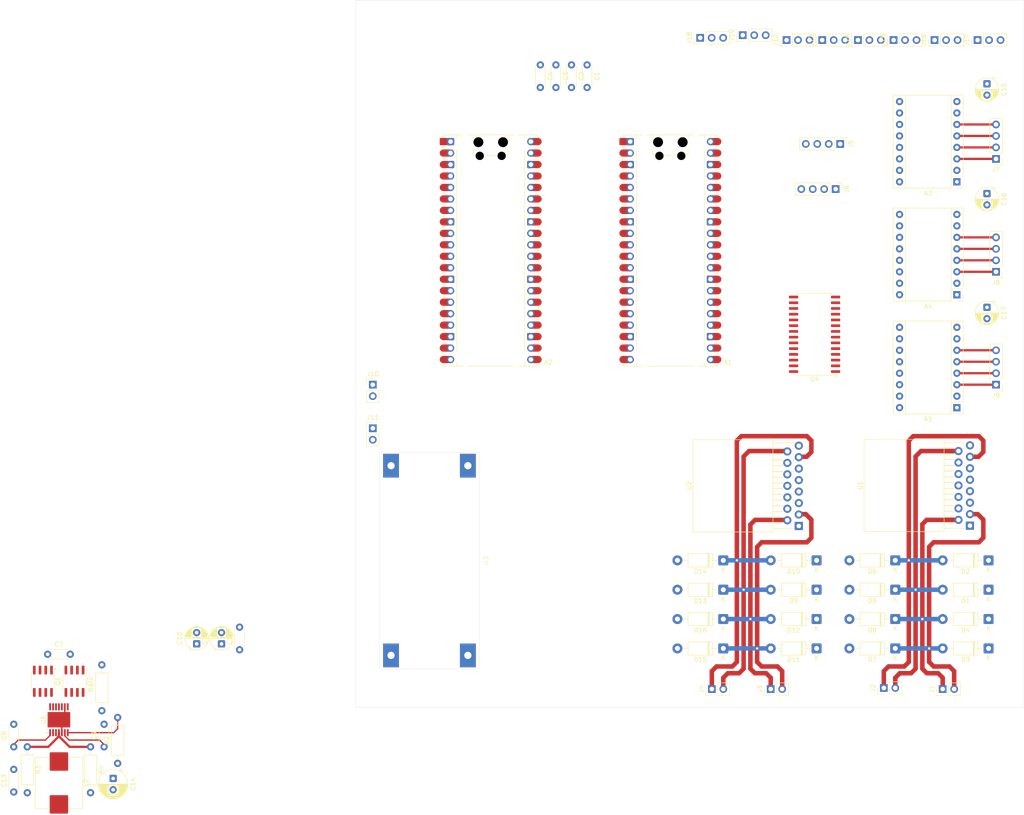
<source format=kicad_pcb>
(kicad_pcb (version 20241229) (generator "pcbnew") (generator_version "9.0")
  (layers (0 "F.Cu" signal) (2 "B.Cu" signal) (13 "F.Paste" user) (15 "B.Paste" user) (5 "F.SilkS" user "F.Silkscreen") (7 "B.SilkS" user "B.Silkscreen") (1 "F.Mask" user) (3 "B.Mask" user) (25 "Edge.Cuts" user))
  (net 0 "")
  (net 3 "I2C 0 SCL")
  (net 4 "Motor 2 Activation Pin")
  (net 5 "GNDPWR")
  (net 7 "Servo 3 PWM")
  (net 8 "Servo 8 PWM")
  (net 10 "Servo 2 PWM")
  (net 13 "+5VL")
  (net 14 "Servo 7 PWM")
  (net 16 "Servo 4 PWM")
  (net 18 "Servo 5 PWM")
  (net 20 "Motor 1 Activation Pin")
  (net 23 "Servo 1 PWM")
  (net 24 "Servo 6 PWM")
  (net 28 "Motor 3 Activation Pin")
  (net 30 "I2C 0 SDA")
  (net 33 "Motor 4 Activation Pin")
  (net 45 "I2C 1 SCL")
  (net 53 "I2C 1 SDA")
  (net 68 "Net-(A3-1A)")
  (net 69 "Net-(A3-1B)")
  (net 70 "Stepper 0 Sleep")
  (net 71 "Net-(A3-2A)")
  (net 72 "Steppers Dir")
  (net 73 "Stepper 0 Step")
  (net 74 "+12V")
  (net 75 "Net-(A3-2B)")
  (net 78 "Net-(A4-1B)")
  (net 80 "Stepper 1 Sleep")
  (net 81 "Net-(A4-2A)")
  (net 82 "Net-(A4-1A)")
  (net 85 "Net-(A4-2B)")
  (net 86 "Stepper 1 Step")
  (net 89 "Stepper 2 Sleep")
  (net 90 "Net-(A5-1B)")
  (net 91 "Net-(A5-1A)")
  (net 92 "Net-(A5-2A)")
  (net 93 "Stepper 2 Step")
  (net 96 "Net-(A5-2B)")
  (net 97 "Net-(U6-SW)")
  (net 98 "Net-(U6-BST)")
  (net 99 "Net-(U6-VCC)")
  (net 100 "Net-(U6-SS)")
  (net 101 "Net-(U6-FB)")
  (net 102 "+5VP")
  (net 103 "Net-(C14-Pad2)")
  (net 104 "Net-(D1-A)")
  (net 105 "Net-(D2-A)")
  (net 106 "Net-(D3-A)")
  (net 107 "Net-(D4-A)")
  (net 108 "Net-(D13-K)")
  (net 109 "Net-(D10-A)")
  (net 110 "Net-(D11-A)")
  (net 111 "Net-(D12-A)")
  (net 112 "Net-(J10-Pin_2)")
  (net 113 "Net-(Q1-G)")
  (net 114 "Net-(Q2-G)")
  (net 115 "Net-(U6-ILIM)")
  (net 116 "Net-(U6-RON)")
  (net 117 "Motor 1 Direction Pin 2")
  (net 118 "Motor 1 Direction Pin 1")
  (net 119 "Motor 2 Direction Pin 2")
  (net 120 "Motor 2 Direction Pin 1")
  (net 121 "Motor 4 Direction Pin 2")
  (net 122 "Motor 3 Direction Pin 1")
  (net 123 "Motor 3 Direction Pin 2")
  (net 124 "Motor 4 Direction Pin 1")
  (footprint "Connector_PinHeader_2.54mm:PinHeader_1x02_P2.54mm_Vertical" (layer "F.Cu") (at 231.1125 218.2075 90)
    (property "Reference" "J3")
    (property "Value" "Motor 2 Conn")
  )
  (footprint "Inductor_SMD:L_APV_APH1040" (layer "F.Cu") (at 73.5 239 -90)
    (property "Reference" "L2")
    (property "Value" "1.8uH")
  )
  (footprint "Capacitor_THT:C_Disc_D4.3mm_W1.9mm_P5.00mm" (layer "F.Cu") (at 63.5 231 90)
    (property "Reference" "C8")
    (property "Value" "2.2uF")
  )
  (footprint "Module:Pololu_Breakout-16_15.2x20.3mm" (layer "F.Cu") (at 272.34 105.89 180)
    (property "Reference" "A3")
    (property "Value" "Pololu_Breakout_A4988")
  )
  (footprint "Package_SO:SOIC-8_3.9x4.9mm_P1.27mm" (layer "F.Cu") (at 76.95 216.475 -90)
    (property "Reference" "Q2")
    (property "Value" "IRF8714PBF")
  )
  (footprint "Resistor_THT:R_Axial_DIN0207_L6.3mm_D2.5mm_P10.16mm_Horizontal" (layer "F.Cu") (at 86.5 234.66 90)
    (property "Reference" "R2")
    (property "Value" "82.5kΩ")
  )
  (footprint "Diode_THT:D_DO-41_SOD81_P10.16mm_Horizontal" (layer "F.Cu") (at 279.3525 209.2075 180)
    (property "Reference" "D3")
    (property "Value" "1N4007")
  )
  (footprint "Connector_PinHeader_2.54mm:PinHeader_1x03_P2.54mm_Vertical" (layer "F.Cu") (at 234.62 74.5 90)
    (property "Reference" "J12")
    (property "Value" "Servo 4 Conn")
  )
  (footprint "Diode_THT:D_DO-41_SOD81_P10.16mm_Horizontal" (layer "F.Cu") (at 258.6925 196.2075 180)
    (property "Reference" "D5")
    (property "Value" "1N4007")
  )
  (footprint "Connector_PinHeader_2.54mm:PinHeader_1x04_P2.54mm_Vertical" (layer "F.Cu") (at 281 150.81 180)
    (property "Reference" "J9")
    (property "Value" "Stepper 2 Conn")
  )
  (footprint "Diode_THT:D_DO-41_SOD81_P10.16mm_Horizontal" (layer "F.Cu") (at 220.6125 209.2075 180)
    (property "Reference" "D15")
    (property "Value" "1N4007")
  )
  (footprint "Connector_PinHeader_2.54mm:PinHeader_1x04_P2.54mm_Vertical" (layer "F.Cu") (at 245.5 107.5 -90)
    (property "Reference" "J6")
    (property "Value" "I2C 1 Conn")
  )
  (footprint "Module:RaspberryPi_Pico_Common_Unspecified" (layer "F.Cu") (at 169.11 121.11)
    (property "Reference" "A2")
    (property "Value" "RaspberryPi_Pico_W")
  )
  (footprint "Connector_PinHeader_2.54mm:PinHeader_1x03_P2.54mm_Vertical" (layer "F.Cu") (at 242.52 74.5 90)
    (property "Reference" "J13")
    (property "Value" "Servo 1 Conn")
  )
  (footprint "Capacitor_THT:C_Disc_D4.3mm_W1.9mm_P5.00mm" (layer "F.Cu") (at 63.5 241 90)
    (property "Reference" "C13")
    (property "Value" "120pF")
  )
  (footprint "Package_SO:HTSSOP-14-1EP_4.4x5mm_P0.65mm_EP3.4x5mm_Mask3x3.1mm" (layer "F.Cu") (at 73.5 225 90)
    (property "Reference" "U6")
    (property "Value" "LM3150MH")
  )
  (footprint "Module:Pololu_Breakout-16_15.2x20.3mm" (layer "F.Cu") (at 272.34 130.89 180)
    (property "Reference" "A4")
    (property "Value" "Pololu_Breakout_A4988")
  )
  (footprint "Connector_PinHeader_2.54mm:PinHeader_1x03_P2.54mm_Vertical" (layer "F.Cu") (at 250.42 74.5 90)
    (property "Reference" "J14")
    (property "Value" "Servo 2 Conn")
  )
  (footprint "Connector_PinHeader_2.54mm:PinHeader_1x02_P2.54mm_Vertical" (layer "F.Cu") (at 256.1525 217.9575 90)
    (property "Reference" "J2")
    (property "Value" "Motor 1 Conn")
  )
  (footprint "Connector_PinHeader_2.54mm:PinHeader_1x02_P2.54mm_Vertical" (layer "F.Cu") (at 269.1925 218.2075 90)
    (property "Reference" "J1")
    (property "Value" "Motor 0 Conn")
  )
  (footprint "Capacitor_THT:C_Disc_D4.3mm_W1.9mm_P5.00mm" (layer "F.Cu") (at 187 80 -90)
    (property "Reference" "C2")
    (property "Value" "100nF")
  )
  (footprint "Diode_THT:D_DO-41_SOD81_P10.16mm_Horizontal" (layer "F.Cu") (at 258.6925 202.7075 180)
    (property "Reference" "D8")
    (property "Value" "1N4007")
  )
  (footprint "Capacitor_THT:CP_Radial_D5.0mm_P2.50mm" (layer "F.Cu") (at 279 133.69 -90)
    (property "Reference" "C17")
    (property "Value" "100uF")
  )
  (footprint "Capacitor_THT:CP_Radial_D5.0mm_P2.50mm" (layer "F.Cu") (at 279 108.484888 -90)
    (property "Reference" "C16")
    (property "Value" "100uF")
  )
  (footprint "Diode_THT:D_DO-41_SOD81_P10.16mm_Horizontal" (layer "F.Cu") (at 241.2725 202.7075 180)
    (property "Reference" "D12")
    (property "Value" "1N4007")
  )
  (footprint "Diode_THT:D_DO-41_SOD81_P10.16mm_Horizontal" (layer "F.Cu") (at 258.6925 209.2075 180)
    (property "Reference" "D7")
    (property "Value" "1N4007")
  )
  (footprint "Diode_THT:D_DO-41_SOD81_P10.16mm_Horizontal" (layer "F.Cu") (at 279.3525 189.7075 180)
    (property "Reference" "D2")
    (property "Value" "1N4007")
  )
  (footprint "Package_SO:SOIC-8_3.9x4.9mm_P1.27mm" (layer "F.Cu") (at 69.95 216.475 -90)
    (property "Reference" "Q1")
    (property "Value" "IRF8714PBF")
  )
  (footprint "Capacitor_THT:CP_Radial_D5.0mm_P2.50mm" (layer "F.Cu") (at 279 84.19 -90)
    (property "Reference" "C15")
    (property "Value" "100uF")
  )
  (footprint "Connector_PinHeader_2.54mm:PinHeader_1x03_P2.54mm_Vertical" (layer "F.Cu") (at 215.5 74 90)
    (property "Reference" "J18")
    (property "Value" "Servo 7 Conn")
  )
  (footprint "Connector_PinHeader_2.54mm:PinHeader_1x03_P2.54mm_Vertical" (layer "F.Cu") (at 267.4 74.5 90)
    (property "Reference" "J16")
    (property "Value" "Servo 5 Conn")
  )
  (footprint "Capacitor_THT:CP_Radial_D5.0mm_P2.50mm" (layer "F.Cu") (at 109.5 208.205113 90)
    (property "Reference" "C11")
    (property "Value" "10uF")
  )
  (footprint "Capacitor_THT:C_Disc_D4.3mm_W1.9mm_P5.00mm" (layer "F.Cu") (at 183.55 80 -90)
    (property "Reference" "C3")
    (property "Value" "100nF")
  )
  (footprint "Module:RaspberryPi_Pico_Common_Unspecified" (layer "F.Cu") (at 208.89 121.11)
    (property "Reference" "A1")
    (property "Value" "RaspberryPi_Pico")
  )
  (footprint "Diode_THT:D_DO-41_SOD81_P10.16mm_Horizontal" (layer "F.Cu") (at 241.2725 189.7075 180)
    (property "Reference" "D10")
    (property "Value" "1N4007")
  )
  (footprint "Connector_PinHeader_2.54mm:PinHeader_1x03_P2.54mm_Vertical" (layer "F.Cu") (at 258.32 74.5 90)
    (property "Reference" "J15")
    (property "Value" "Servo 3 Conn")
  )
  (footprint "Connector_PinHeader_2.54mm:PinHeader_1x02_P2.54mm_Vertical" (layer "F.Cu") (at 143 160.46)
    (property "Reference" "J11")
    (property "Value" "BAU")
  )
  (footprint "LM2596S-Module:LM2596S-Module" (layer "F.Cu") (at 155.55 189.75 90)
    (property "Reference" "U3")
    (property "Value" "~")
    (fp_rect (start -24 -11) (end 24 11) (stroke (width 0.05)) (fill no) (layer "Edge.Cuts"))
  )
  (footprint "Diode_THT:D_DO-41_SOD81_P10.16mm_Horizontal" (layer "F.Cu") (at 220.6125 202.7075 180)
    (property "Reference" "D16")
    (property "Value" "1N4007")
  )
  (footprint "Capacitor_THT:C_Disc_D4.3mm_W1.9mm_P5.00mm" (layer "F.Cu") (at 113.5 209.500001 90)
    (property "Reference" "C12")
    (property "Value" "100nF")
  )
  (footprint "Capacitor_THT:C_Disc_D4.3mm_W1.9mm_P5.00mm" (layer "F.Cu") (at 190.45 80 -90)
    (property "Reference" "C1")
    (property "Value" "100nF")
  )
  (footprint "Package_SO:SOIC-28W_7.5x17.9mm_P1.27mm" (layer "F.Cu") (at 240.825 139.65 180)
    (property "Reference" "U4")
    (property "Value" "MCP23017_SO")
  )
  (footprint "Diode_THT:D_DO-41_SOD81_P10.16mm_Horizontal" (layer "F.Cu") (at 279.3525 202.7075 180)
    (property "Reference" "D4")
    (property "Value" "1N4007")
  )
  (footprint "Module:Pololu_Breakout-16_15.2x20.3mm" (layer "F.Cu") (at 272.34 155.89 180)
    (property "Reference" "A5")
    (property "Value" "Pololu_Breakout_A4988")
  )
  (footprint "Connector_PinHeader_2.54mm:PinHeader_1x03_P2.54mm_Vertical" (layer "F.Cu") (at 276.92 74.5 90)
    (property "Reference" "J17")
    (property "Value" "Servo 6 Conn")
  )
  (footprint "Capacitor_THT:C_Disc_D4.3mm_W1.9mm_P5.00mm" (layer "F.Cu") (at 71 210.5)
    (property "Reference" "C7")
    (property "Value" "470nF")
  )
  (footprint "Diode_THT:D_DO-41_SOD81_P10.16mm_Horizontal" (layer "F.Cu") (at 279.3525 196.2075 180)
    (property "Reference" "D1")
    (property "Value" "1N4007")
  )
  (footprint "Diode_THT:D_DO-41_SOD81_P10.16mm_Horizontal" (layer "F.Cu") (at 241.2725 196.2075 180)
    (property "Reference" "D9")
    (property "Value" "1N4007")
  )
  (footprint "Resistor_THT:R_Axial_DIN0207_L6.3mm_D2.5mm_P10.16mm_Horizontal" (layer "F.Cu") (at 80.5 231 -90)
    (property "Reference" "R4")
    (property "Value" "10kΩ")
  )
  (footprint "Capacitor_THT:CP_Radial_D6.3mm_P2.50mm" (layer "F.Cu") (at 85.5 238 -90)
    (property "Reference" "C14")
    (property "Value" "120uF")
  )
  (footprint "Package_TO_SOT_THT:TO-220-15_P2.54x2.54mm_StaggerOdd_Lead5.84mm_TabDown" (layer "F.Cu") (at 275.2325 182.0175 90)
    (property "Reference" "U1")
    (property "Value" "L298HN")
  )
  (footprint "Capacitor_THT:C_Disc_D4.3mm_W1.9mm_P5.00mm" (layer "F.Cu") (at 180.1 80 -90)
    (property "Reference" "C4")
    (property "Value" "100nF")
  )
  (footprint "Resistor_THT:R_Axial_DIN0207_L6.3mm_D2.5mm_P10.16mm_Horizontal" (layer "F.Cu") (at 66.5 231 -90)
    (property "Reference" "R3")
    (property "Value" "73.2kΩ")
  )
  (footprint "Capacitor_THT:C_Disc_D4.3mm_W1.9mm_P5.00mm" (layer "F.Cu") (at 83.5 231 90)
    (property "Reference" "C9")
    (property "Value" "15nF")
  )
  (footprint "Connector_PinHeader_2.54mm:PinHeader_1x04_P2.54mm_Vertical" (layer "F.Cu") (at 246.5 97.5 -90)
    (property "Reference" "J5")
    (property "Value" "I2C 0 Conn")
  )
  (footprint "Diode_THT:D_DO-41_SOD81_P10.16mm_Horizontal" (layer "F.Cu") (at 241.2725 209.2075 180)
    (property "Reference" "D11")
    (property "Value" "1N4007")
  )
  (footprint "Connector_PinHeader_2.54mm:PinHeader_1x03_P2.54mm_Vertical" (layer "F.Cu") (at 224.92 73.42 90)
    (property "Reference" "J19")
    (property "Value" "Servo 8 Conn")
  )
  (footprint "Package_TO_SOT_THT:TO-220-15_P2.54x2.54mm_StaggerOdd_Lead5.84mm_TabDown" (layer "F.Cu") (at 237.3325 182.0975 90)
    (property "Reference" "U2")
    (property "Value" "L298HN")
  )
  (footprint "Diode_THT:D_DO-41_SOD81_P10.16mm_Horizontal" (layer "F.Cu") (at 258.6925 189.7075 180)
    (property "Reference" "D6")
    (property "Value" "1N4007")
  )
  (footprint "Connector_PinHeader_2.54mm:PinHeader_1x04_P2.54mm_Vertical" (layer "F.Cu") (at 281 125.81 180)
    (property "Reference" "J8")
    (property "Value" "Stepper 1 Conn")
  )
  (footprint "Diode_THT:D_DO-41_SOD81_P10.16mm_Horizontal" (layer "F.Cu") (at 220.6125 189.7075 180)
    (property "Reference" "D14")
    (property "Value" "1N4007")
  )
  (footprint "Connector_PinHeader_2.54mm:PinHeader_1x02_P2.54mm_Vertical" (layer "F.Cu") (at 218.0725 218.2075 90)
    (property "Reference" "J4")
    (property "Value" "Motor 3 Conn")
  )
  (footprint "Connector_PinHeader_2.54mm:PinHeader_1x04_P2.54mm_Vertical" (layer "F.Cu") (at 281 100.81 180)
    (property "Reference" "J7")
    (property "Value" "Stepper 0 Conn")
  )
  (footprint "Capacitor_THT:CP_Radial_D5.0mm_P2.50mm" (layer "F.Cu") (at 104 208.205113 90)
    (property "Reference" "C10")
    (property "Value" "10uF")
  )
  (footprint "Diode_THT:D_DO-41_SOD81_P10.16mm_Horizontal" (layer "F.Cu") (at 220.6125 196.2075 180)
    (property "Reference" "D13")
    (property "Value" "1N4007")
  )
  (footprint "Resistor_THT:R_Axial_DIN0207_L6.3mm_D2.5mm_P10.16mm_Horizontal" (layer "F.Cu") (at 83 223 90)
    (property "Reference" "R1")
    (property "Value" "665Ω")
  )
  (footprint "Connector_PinHeader_2.54mm:PinHeader_1x02_P2.54mm_Vertical" (layer "F.Cu") (at 143 150.81)
    (property "Reference" "J10")
    (property "Value" "12V Battery")
  )
  (gr_rect (start 139.2525 65.6525) (end 287.1925 222.2075) (stroke (width 0.05)) (fill no) (layer "Edge.Cuts"))
  (segment (start 74.15 225.65) (end 73.5 225) (width 0.3) (layer "F.Cu") (net 5))
  (segment (start 74.8 223.7) (end 73.5 225) (width 0.3) (layer "F.Cu") (net 5))
  (segment (start 74.8 222.1375) (end 74.8 223.7) (width 0.3) (layer "F.Cu") (net 5))
  (segment (start 74.15 227.8625) (end 74.15 225.65) (width 0.3) (layer "F.Cu") (net 5))
  (segment (start 272.34 98.27) (end 281 98.27) (width 0.5) (layer "F.Cu") (net 68))
  (segment (start 281 100.81) (end 272.34 100.81) (width 0.5) (layer "F.Cu") (net 69))
  (segment (start 281 95.73) (end 272.34 95.73) (width 0.5) (layer "F.Cu") (net 71))
  (segment (start 281 93.19) (end 272.34 93.19) (width 0.5) (layer "F.Cu") (net 75))
  (segment (start 272.34 125.81) (end 281 125.81) (width 0.5) (layer "F.Cu") (net 78))
  (segment (start 272.34 120.73) (end 281 120.73) (width 0.5) (layer "F.Cu") (net 81))
  (segment (start 281 123.27) (end 272.34 123.27) (width 0.5) (layer "F.Cu") (net 82))
  (segment (start 281 118.19) (end 272.34 118.19) (width 0.5) (layer "F.Cu") (net 85))
  (segment (start 272.34 150.81) (end 281 150.81) (width 0.5) (layer "F.Cu") (net 90))
  (segment (start 281 148.27) (end 272.34 148.27) (width 0.5) (layer "F.Cu") (net 91))
  (segment (start 272.34 145.73) (end 281 145.73) (width 0.5) (layer "F.Cu") (net 92))
  (segment (start 281 143.19) (end 272.34 143.19) (width 0.5) (layer "F.Cu") (net 96))
  (segment (start 71.55 228.45) (end 71.55 227.8625) (width 0.3) (layer "F.Cu") (net 99))
  (segment (start 63.5 231) (end 63.5 230.5) (width 0.3) (layer "F.Cu") (net 99))
  (segment (start 63.5 230.5) (end 64.5 229.5) (width 0.3) (layer "F.Cu") (net 99))
  (segment (start 64.5 229.5) (end 70.5 229.5) (width 0.3) (layer "F.Cu") (net 99))
  (segment (start 70.5 229.5) (end 71.55 228.45) (width 0.3) (layer "F.Cu") (net 99))
  (segment (start 75.73013 229.5) (end 82.5 229.5) (width 0.3) (layer "F.Cu") (net 100))
  (segment (start 74.8 227.8625) (end 74.8 228.56987) (width 0.3) (layer "F.Cu") (net 100))
  (segment (start 83.5 230.5) (end 83.5 231) (width 0.3) (layer "F.Cu") (net 100))
  (segment (start 74.8 228.56987) (end 75.73013 229.5) (width 0.3) (layer "F.Cu") (net 100))
  (segment (start 82.5 229.5) (end 83.5 230.5) (width 0.3) (layer "F.Cu") (net 100))
  (segment (start 73.5 228.649999) (end 73.5 227.8625) (width 0.5) (layer "F.Cu") (net 101))
  (segment (start 71.149999 231) (end 73.5 228.649999) (width 0.5) (layer "F.Cu") (net 101))
  (segment (start 66.5 231) (end 71.149999 231) (width 0.5) (layer "F.Cu") (net 101))
  (segment (start 80.5 231) (end 75.850001 231) (width 0.5) (layer "F.Cu") (net 101))
  (segment (start 75.850001 231) (end 73.5 228.649999) (width 0.5) (layer "F.Cu") (net 101))
  (segment (start 263.1925 166.7075) (end 264.3925 165.5075) (width 1) (layer "F.Cu") (net 104))
  (segment (start 264.3925 165.5075) (end 272.6925 165.5075) (width 1) (layer "F.Cu") (net 104))
  (segment (start 263.1925 196.2075) (end 263.1925 166.7075) (width 1) (layer "F.Cu") (net 104))
  (segment (start 259.6925 214.7075) (end 258.6925 215.7075) (width 1) (layer "F.Cu") (net 104))
  (segment (start 258.6925 215.7075) (end 258.6925 217.9575) (width 1) (layer "F.Cu") (net 104))
  (segment (start 263.1925 213.7075) (end 262.1925 214.7075) (width 1) (layer "F.Cu") (net 104))
  (segment (start 263.1925 213.7075) (end 263.1925 196.2075) (width 1) (layer "F.Cu") (net 104))
  (segment (start 262.1925 214.7075) (end 259.6925 214.7075) (width 1) (layer "F.Cu") (net 104))
  (via (at 263.1925 196.2075) (size 1) (drill 0.5) (layers "F.Cu" "B.Cu") (net 104))
  (segment (start 258.6925 196.2075) (end 263.1925 196.2075) (width 1) (layer "B.Cu") (net 104))
  (segment (start 269.1925 196.2075) (end 263.1925 196.2075) (width 1) (layer "B.Cu") (net 104))
  (segment (start 278.1925 165.7075) (end 277.1225 166.7775) (width 1) (layer "F.Cu") (net 105))
  (segment (start 261.6925 212.2075) (end 260.6925 213.2075) (width 1) (layer "F.Cu") (net 105))
  (segment (start 262.6925 162.2075) (end 277.1925 162.2075) (width 1) (layer "F.Cu") (net 105))
  (segment (start 261.6925 163.2075) (end 262.6925 162.2075) (width 1) (layer "F.Cu") (net 105))
  (segment (start 277.1225 166.7775) (end 275.2325 166.7775) (width 1) (layer "F.Cu") (net 105))
  (segment (start 257.1925 213.2075) (end 256.1525 214.2475) (width 1) (layer "F.Cu") (net 105))
  (segment (start 260.6925 213.2075) (end 257.1925 213.2075) (width 1) (layer "F.Cu") (net 105))
  (segment (start 277.1925 162.2075) (end 278.1925 163.2075) (width 1) (layer "F.Cu") (net 105))
  (segment (start 278.1925 163.2075) (end 278.1925 165.7075) (width 1) (layer "F.Cu") (net 105))
  (segment (start 256.1525 214.2475) (end 256.1525 217.9575) (width 1) (layer "F.Cu") (net 105))
  (segment (start 261.6925 189.7075) (end 261.6925 163.2075) (width 1) (layer "F.Cu") (net 105))
  (segment (start 261.6925 189.7075) (end 261.6925 212.2075) (width 1) (layer "F.Cu") (net 105))
  (via (at 261.6925 189.7075) (size 1) (drill 0.5) (layers "F.Cu" "B.Cu") (net 105))
  (segment (start 269.1925 189.7075) (end 261.6925 189.7075) (width 1) (layer "B.Cu") (net 105))
  (segment (start 258.6925 189.7075) (end 261.6925 189.7075) (width 1) (layer "B.Cu") (net 105))
  (segment (start 278.1925 184.7075) (end 278.1925 180.7075) (width 1) (layer "F.Cu") (net 106))
  (segment (start 271.7325 218.2075) (end 271.6925 218.1675) (width 1) (layer "F.Cu") (net 106))
  (segment (start 277.1925 185.7075) (end 278.1925 184.7075) (width 1) (layer "F.Cu") (net 106))
  (segment (start 267.1925 185.7075) (end 277.1925 185.7075) (width 1) (layer "F.Cu") (net 106))
  (segment (start 266.1925 186.7075) (end 267.1925 185.7075) (width 1) (layer "F.Cu") (net 106))
  (segment (start 276.9625 179.4775) (end 275.2325 179.4775) (width 1) (layer "F.Cu") (net 106))
  (segment (start 267.1925 213.2075) (end 270.6925 213.2075) (width 1) (layer "F.Cu") (net 106))
  (segment (start 266.1925 212.2075) (end 267.1925 213.2075) (width 1) (layer "F.Cu") (net 106))
  (segment (start 266.1925 209.2075) (end 266.1925 212.2075) (width 1) (layer "F.Cu") (net 106))
  (segment (start 270.6925 213.2075) (end 271.7325 214.2475) (width 1) (layer "F.Cu") (net 106))
  (segment (start 266.1925 209.2075) (end 266.1925 186.7075) (width 1) (layer "F.Cu") (net 106))
  (segment (start 271.7325 214.2475) (end 271.7325 218.2075) (width 1) (layer "F.Cu") (net 106))
  (segment (start 278.1925 180.7075) (end 276.9625 179.4775) (width 1) (layer "F.Cu") (net 106))
  (via (at 266.1925 209.2075) (size 1) (drill 0.5) (layers "F.Cu" "B.Cu") (net 106))
  (segment (start 269.1925 209.2075) (end 266.1925 209.2075) (width 1) (layer "B.Cu") (net 106))
  (segment (start 266.1925 209.2075) (end 258.6925 209.2075) (width 1) (layer "B.Cu") (net 106))
  (segment (start 264.6925 181.7075) (end 265.6525 180.7475) (width 1) (layer "F.Cu") (net 107))
  (segment (start 268.1925 214.7075) (end 269.1925 215.7075) (width 1) (layer "F.Cu") (net 107))
  (segment (start 264.6925 202.7075) (end 264.6925 213.7075) (width 1) (layer "F.Cu") (net 107))
  (segment (start 269.1925 215.7075) (end 269.1925 218.2075) (width 1) (layer "F.Cu") (net 107))
  (segment (start 265.6525 180.7475) (end 272.6925 180.7475) (width 1) (layer "F.Cu") (net 107))
  (segment (start 265.6925 214.7075) (end 268.1925 214.7075) (width 1) (layer "F.Cu") (net 107))
  (segment (start 264.6925 213.7075) (end 265.6925 214.7075) (width 1) (layer "F.Cu") (net 107))
  (segment (start 264.6925 202.7075) (end 264.6925 181.7075) (width 1) (layer "F.Cu") (net 107))
  (via (at 264.6925 202.7075) (size 1) (drill 0.5) (layers "F.Cu" "B.Cu") (net 107))
  (segment (start 269.1925 202.7075) (end 264.6925 202.7075) (width 1) (layer "B.Cu") (net 107))
  (segment (start 258.6925 202.7075) (end 264.6925 202.7075) (width 1) (layer "B.Cu") (net 107))
  (segment (start 226.3125 165.5075) (end 234.6125 165.5075) (width 1) (layer "F.Cu") (net 108))
  (segment (start 225.1125 213.7075) (end 224.1125 214.7075) (width 1) (layer "F.Cu") (net 108))
  (segment (start 221.6125 214.7075) (end 220.6125 215.7075) (width 1) (layer "F.Cu") (net 108))
  (segment (start 225.1125 196.2075) (end 225.1125 166.7075) (width 1) (layer "F.Cu") (net 108))
  (segment (start 224.1125 214.7075) (end 221.6125 214.7075) (width 1) (layer "F.Cu") (net 108))
  (segment (start 225.1125 213.7075) (end 225.1125 196.2075) (width 1) (layer "F.Cu") (net 108))
  (segment (start 225.1125 166.7075) (end 226.3125 165.5075) (width 1) (layer "F.Cu") (net 108))
  (segment (start 220.6125 215.7075) (end 220.6125 217.9575) (width 1) (layer "F.Cu") (net 108))
  (via (at 225.1125 196.2075) (size 1) (drill 0.5) (layers "F.Cu" "B.Cu") (net 108))
  (segment (start 231.1125 196.2075) (end 225.1125 196.2075) (width 1) (layer "B.Cu") (net 108))
  (segment (start 220.6125 196.2075) (end 225.1125 196.2075) (width 1) (layer "B.Cu") (net 108))
  (segment (start 222.6125 213.2075) (end 219.1125 213.2075) (width 1) (layer "F.Cu") (net 109))
  (segment (start 223.6125 212.2075) (end 222.6125 213.2075) (width 1) (layer "F.Cu") (net 109))
  (segment (start 239.1125 162.2075) (end 240.1125 163.2075) (width 1) (layer "F.Cu") (net 109))
  (segment (start 218.0725 214.2475) (end 218.0725 217.9575) (width 1) (layer "F.Cu") (net 109))
  (segment (start 219.1125 213.2075) (end 218.0725 214.2475) (width 1) (layer "F.Cu") (net 109))
  (segment (start 223.6125 189.7075) (end 223.6125 212.2075) (width 1) (layer "F.Cu") (net 109))
  (segment (start 239.0425 166.7775) (end 237.1525 166.7775) (width 1) (layer "F.Cu") (net 109))
  (segment (start 223.6125 189.7075) (end 223.6125 163.2075) (width 1) (layer "F.Cu") (net 109))
  (segment (start 240.1125 163.2075) (end 240.1125 165.7075) (width 1) (layer "F.Cu") (net 109))
  (segment (start 224.6125 162.2075) (end 239.1125 162.2075) (width 1) (layer "F.Cu") (net 109))
  (segment (start 240.1125 165.7075) (end 239.0425 166.7775) (width 1) (layer "F.Cu") (net 109))
  (segment (start 223.6125 163.2075) (end 224.6125 162.2075) (width 1) (layer "F.Cu") (net 109))
  (via (at 223.6125 189.7075) (size 1) (drill 0.5) (layers "F.Cu" "B.Cu") (net 109))
  (segment (start 231.1125 189.7075) (end 223.6125 189.7075) (width 1) (layer "B.Cu") (net 109))
  (segment (start 220.6125 189.7075) (end 223.6125 189.7075) (width 1) (layer "B.Cu") (net 109))
  (segment (start 232.6125 213.2075) (end 233.6525 214.2475) (width 1) (layer "F.Cu") (net 110))
  (segment (start 228.1125 212.2075) (end 229.1125 213.2075) (width 1) (layer "F.Cu") (net 110))
  (segment (start 229.1125 213.2075) (end 232.6125 213.2075) (width 1) (layer "F.Cu") (net 110))
  (segment (start 229.1125 185.7075) (end 239.1125 185.7075) (width 1) (layer "F.Cu") (net 110))
  (segment (start 240.1125 184.7075) (end 240.1125 180.7075) (width 1) (layer "F.Cu") (net 110))
  (segment (start 228.1125 209.2075) (end 228.1125 186.7075) (width 1) (layer "F.Cu") (net 110))
  (segment (start 239.1125 185.7075) (end 240.1125 184.7075) (width 1) (layer "F.Cu") (net 110))
  (segment (start 228.1125 209.2075) (end 228.1125 212.2075) (width 1) (layer "F.Cu") (net 110))
  (segment (start 240.1125 180.7075) (end 238.8825 179.4775) (width 1) (layer "F.Cu") (net 110))
  (segment (start 233.6525 214.2475) (end 233.6525 218.2075) (width 1) (layer "F.Cu") (net 110))
  (segment (start 238.8825 179.4775) (end 237.1525 179.4775) (width 1) (layer "F.Cu") (net 110))
  (segment (start 228.1125 186.7075) (end 229.1125 185.7075) (width 1) (layer "F.Cu") (net 110))
  (via (at 228.1125 209.2075) (size 1) (drill 0.5) (layers "F.Cu" "B.Cu") (net 110))
  (segment (start 231.1125 209.2075) (end 228.1125 209.2075) (width 1) (layer "B.Cu") (net 110))
  (segment (start 228.1125 209.2075) (end 220.6125 209.2075) (width 1) (layer "B.Cu") (net 110))
  (segment (start 226.6125 181.7875) (end 227.6525 180.7475) (width 1) (layer "F.Cu") (net 111))
  (segment (start 226.6125 202.7075) (end 226.6125 181.7875) (width 1) (layer "F.Cu") (net 111))
  (segment (start 227.6525 180.7475) (end 234.2925 180.7475) (width 1) (layer "F.Cu") (net 111))
  (segment (start 226.6125 213.7075) (end 227.6125 214.7075) (width 1) (layer "F.Cu") (net 111))
  (segment (start 230.1125 214.7075) (end 231.1125 215.7075) (width 1) (layer "F.Cu") (net 111))
  (segment (start 226.6125 202.7075) (end 226.6125 213.7075) (width 1) (layer "F.Cu") (net 111))
  (segment (start 227.6125 214.7075) (end 230.1125 214.7075) (width 1) (layer "F.Cu") (net 111))
  (segment (start 231.1125 215.7075) (end 231.1125 218.2075) (width 1) (layer "F.Cu") (net 111))
  (via (at 226.6125 202.7075) (size 1) (drill 0.5) (layers "F.Cu" "B.Cu") (net 111))
  (segment (start 220.6125 202.7075) (end 226.6125 202.7075) (width 1) (layer "B.Cu") (net 111))
  (segment (start 231.1125 202.7075) (end 226.6125 202.7075) (width 1) (layer "B.Cu") (net 111))
  (segment (start 86.5 227) (end 86.5 224.5) (width 0.3) (layer "F.Cu") (net 116))
  (segment (start 75.45 227.8625) (end 85.6375 227.8625) (width 0.3) (layer "F.Cu") (net 116))
  (segment (start 85.6375 227.8625) (end 86.5 227) (width 0.3) (layer "F.Cu") (net 116))
)
</source>
